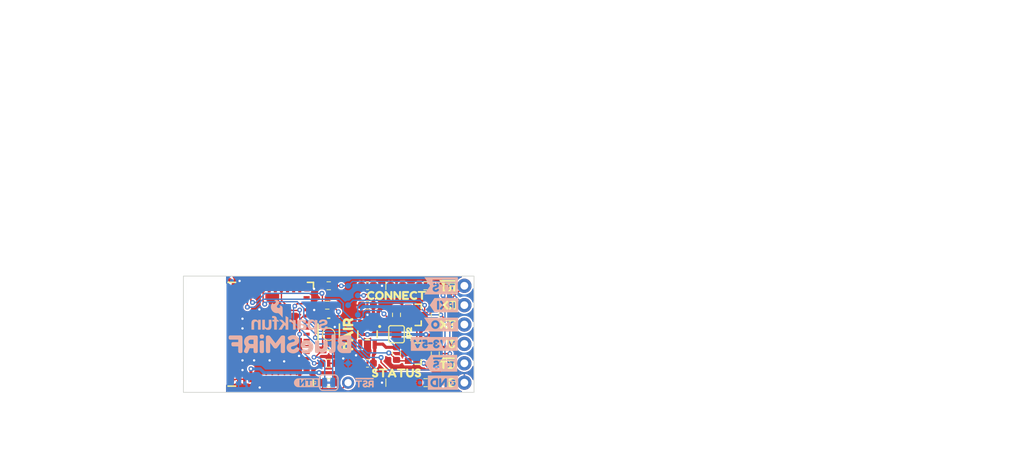
<source format=kicad_pcb>
(kicad_pcb (version 20240108) (generator "pcbnew") (generator_version "8.0")
  (layers (0 "F.Cu" signal) (31 "B.Cu" signal) (34 "B.Paste" user) (35 "F.Paste" user) (36 "B.SilkS" user "B.Silkscreen") (37 "F.SilkS" user "F.Silkscreen") (38 "B.Mask" user) (39 "F.Mask" user) (44 "Edge.Cuts" user))
  (net 0 "")
  (net 1 "+3.3V")
  (net 2 "GND")
  (net 3 "VCC")
  (net 4 "Net-(D1-A)")
  (net 5 "Net-(D2-A)")
  (net 6 "~{RTS_HV}")
  (net 7 "RX_HV")
  (net 8 "TX_HV")
  (net 9 "~{CTS_HV}")
  (net 10 "TX_LV")
  (net 11 "~{RTS_LV}")
  (net 12 "Net-(U1-EN)")
  (net 13 "RX_LV")
  (net 14 "~{CTS_LV}")
  (net 33 "PAIR")
  (net 34 "Net-(JP1-A)")
  (net 35 "/Connect")
  (net 39 "/Status")
  (net 40 "Net-(U1-IOA15)")
  (footprint "SparkFun-Aesthetic:Fiducial_0.5mm_Mask1mm" (layer "F.Cu") (at 163.83 129.54)
    (property "Reference" "FID2")
    (property "Value" "Fiducial_0.5mm")
    (pad "" smd circle (at 0 0) (size 0.5 0.5) (layers "F.Cu" "F.Mask") (clearance 0.25))
  )
  (footprint "SparkFun-LED:LED_0603_1608Metric" (layer "F.Cu") (at 157.48 118.11)
    (property "Reference" "D1")
    (property "Value" "Green")
    (pad "1" smd roundrect (at -0.7875 0) (size 0.875 0.95) (layers "F.Cu" "F.Paste" "F.Mask") (net 2 "GND"))
    (pad "2" smd roundrect (at 0.7875 0) (size 0.875 0.95) (layers "F.Cu" "F.Paste" "F.Mask") (net 4 "Net-(D1-A)"))
  )
  (footprint "SparkFun-Semiconductor-Standard:SOT23-3" (layer "F.Cu") (at 160.02 121.92)
    (property "Reference" "Q2")
    (property "Value" "Q_NMOS_DGS")
    (pad "1" smd rect (at -1 -0.95 270) (size 0.8 0.9) (layers "F.Cu" "F.Paste" "F.Mask") (net 1 "+3.3V"))
    (pad "2" smd rect (at -1 0.95 270) (size 0.8 0.9) (layers "F.Cu" "F.Paste" "F.Mask") (net 11 "~{RTS_LV}"))
    (pad "3" smd rect (at 1.1 0 270) (size 0.8 0.9) (layers "F.Cu" "F.Paste" "F.Mask") (net 6 "~{RTS_HV}"))
  )
  (footprint "SparkFun-Resistor:R_0603_1608Metric" (layer "F.Cu") (at 148.59 118.11)
    (property "Reference" "R3")
    (property "Value" "1k")
    (pad "1" smd roundrect (at -0.825 0) (size 0.8 0.95) (layers "F.Cu" "F.Paste" "F.Mask") (net 13 "RX_LV"))
    (pad "2" smd roundrect (at 0.825 0) (size 0.8 0.95) (layers "F.Cu" "F.Paste" "F.Mask") (net 7 "RX_HV"))
  )
  (footprint "SparkFun-Resistor:R_0603_1608Metric" (layer "F.Cu") (at 161.29 118.11 180)
    (property "Reference" "R5")
    (property "Value" "330")
    (pad "1" smd roundrect (at -0.825 0 180) (size 0.8 0.95) (layers "F.Cu" "F.Paste" "F.Mask") (net 35 "/Connect"))
    (pad "2" smd roundrect (at 0.825 0 180) (size 0.8 0.95) (layers "F.Cu" "F.Paste" "F.Mask") (net 4 "Net-(D1-A)"))
  )
  (footprint "SparkFun-Aesthetic:ORDERING_INSTRUCTIONS" (layer "F.Cu") (at 176.145 80.895)
    (property "Reference" "U3" (hide yes))
    (property "Value" "~" (hide yes))
  )
  (footprint "kibuzzard-65023040" (layer "F.Cu") (at 157.48 129.54)
    (property "Reference" "kibuzzard-65023040" (hide yes))
    (property "Value" "G***" (hide yes))
  )
  (footprint "kibuzzard-654D17D1" (layer "F.Cu") (at 164.846 130.81)
    (property "Reference" "kibuzzard-654D17D1" (hide yes))
    (property "Value" "G***" (hide yes))
  )
  (footprint "kibuzzard-655A444A" (layer "F.Cu") (at 164.465 120.65)
    (property "Reference" "kibuzzard-655A444A" (hide yes))
    (property "Value" "G***" (hide yes))
  )
  (footprint "SparkFun-Connector:1X01" (layer "F.Cu") (at 151.13 130.81 90)
    (property "Reference" "TP1")
    (property "Value" "TestPoint")
    (pad "1" thru_hole circle (at 0 0 180) (size 1.6 1.6) (drill 0.95) (layers "*.Cu" "*.Mask") (net 12 "Net-(U1-EN)"))
  )
  (footprint "kibuzzard-6502302E" (layer "F.Cu") (at 157.48 119.38)
    (property "Reference" "kibuzzard-6502302E" (hide yes))
    (property "Value" "G***" (hide yes))
  )
  (footprint "SparkFun-Semiconductor-Standard:SOT23-5" (layer "F.Cu") (at 153.67 124.46 -90)
    (property "Reference" "U2")
    (property "Value" "AP2112K-3.3")
    (pad "1" smd rect (at -1.3001 -0.95 180) (size 0.55 1.2) (layers "F.Cu" "F.Paste" "F.Mask") (net 3 "VCC"))
    (pad "2" smd rect (at -1.3001 0 180) (size 0.55 1.2) (layers "F.Cu" "F.Paste" "F.Mask") (net 2 "GND"))
    (pad "3" smd rect (at -1.3001 0.95 180) (size 0.55 1.2) (layers "F.Cu" "F.Paste" "F.Mask") (net 3 "VCC"))
    (pad "4" smd rect (at 1.3001 0.95 180) (size 0.55 1.2) (layers "F.Cu" "F.Paste" "F.Mask"))
    (pad "5" smd rect (at 1.3001 -0.95 180) (size 0.55 1.2) (layers "F.Cu" "F.Paste" "F.Mask") (net 1 "+3.3V"))
  )
  (footprint "SparkFun-Aesthetic:Creative_Commons_License" (layer "F.Cu") (at 152.4 138.43)
    (property "Reference" "G2" (hide yes))
    (property "Value" "OSHW_Logo" (hide yes))
  )
  (footprint "SparkFun-Capacitor:C_0603_1608Metric" (layer "F.Cu") (at 153.67 120.65 180)
    (property "Reference" "C1")
    (property "Value" "10uF")
    (pad "1" smd roundrect (at -0.775 0 180) (size 0.9 0.95) (layers "F.Cu" "F.Paste" "F.Mask") (net 3 "VCC"))
    (pad "2" smd roundrect (at 0.775 0 180) (size 0.9 0.95) (layers "F.Cu" "F.Paste" "F.Mask") (net 2 "GND"))
  )
  (footprint "SparkFun-Resistor:R_0603_1608Metric" (layer "F.Cu") (at 162.56 127 -90)
    (property "Reference" "R9")
    (property "Value" "10k")
    (pad "1" smd roundrect (at -0.825 0 270) (size 0.8 0.95) (layers "F.Cu" "F.Paste" "F.Mask") (net 3 "VCC"))
    (pad "2" smd roundrect (at 0.825 0 270) (size 0.8 0.95) (layers "F.Cu" "F.Paste" "F.Mask") (net 8 "TX_HV"))
  )
  (footprint "SparkFun-Capacitor:C_0603_1608Metric" (layer "F.Cu") (at 153.67 128.27 180)
    (property "Reference" "C3")
    (property "Value" "1.0uF")
    (pad "1" smd roundrect (at -0.775 0 180) (size 0.9 0.95) (layers "F.Cu" "F.Paste" "F.Mask") (net 1 "+3.3V"))
    (pad "2" smd roundrect (at 0.775 0 180) (size 0.9 0.95) (layers "F.Cu" "F.Paste" "F.Mask") (net 2 "GND"))
  )
  (footprint "kibuzzard-654D17C6" (layer "F.Cu") (at 164.719 125.73)
    (property "Reference" "kibuzzard-654D17C6" (hide yes))
    (property "Value" "G***" (hide yes))
  )
  (footprint "SparkFun-Resistor:R_0603_1608Metric" (layer "F.Cu") (at 148.59 130.81 180)
    (property "Reference" "R1")
    (property "Value" "10k")
    (pad "1" smd roundrect (at -0.825 0 180) (size 0.8 0.95) (layers "F.Cu" "F.Paste" "F.Mask") (net 1 "+3.3V"))
    (pad "2" smd roundrect (at 0.825 0 180) (size 0.8 0.95) (layers "F.Cu" "F.Paste" "F.Mask") (net 12 "Net-(U1-EN)"))
  )
  (footprint "SparkFun-Semiconductor-Standard:SOT23-3" (layer "F.Cu") (at 160.02 127)
    (property "Reference" "Q1")
    (property "Value" "Q_NMOS_DGS")
    (pad "1" smd rect (at -1 -0.95 270) (size 0.8 0.9) (layers "F.Cu" "F.Paste" "F.Mask") (net 1 "+3.3V"))
    (pad "2" smd rect (at -1 0.95 270) (size 0.8 0.9) (layers "F.Cu" "F.Paste" "F.Mask") (net 10 "TX_LV"))
    (pad "3" smd rect (at 1.1 0 270) (size 0.8 0.9) (layers "F.Cu" "F.Paste" "F.Mask") (net 8 "TX_HV"))
  )
  (footprint "SparkFun-Resistor:R_0603_1608Metric" (layer "F.Cu") (at 162.56 121.92 90)
    (property "Reference" "R10")
    (property "Value" "10k")
    (pad "1" smd roundrect (at -0.825 0 90) (size 0.8 0.95) (layers "F.Cu" "F.Paste" "F.Mask") (net 3 "VCC"))
    (pad "2" smd roundrect (at 0.825 0 90) (size 0.8 0.95) (layers "F.Cu" "F.Paste" "F.Mask") (net 6 "~{RTS_HV}"))
  )
  (footprint "SparkFun-Resistor:R_0603_1608Metric" (layer "F.Cu") (at 148.59 128.27)
    (property "Reference" "R2")
    (property "Value" "10k")
    (pad "1" smd roundrect (at -0.825 0) (size 0.8 0.95) (layers "F.Cu" "F.Paste" "F.Mask") (net 40 "Net-(U1-IOA15)"))
    (pad "2" smd roundrect (at 0.825 0) (size 0.8 0.95) (layers "F.Cu" "F.Paste" "F.Mask") (net 2 "GND"))
  )
  (footprint "SparkFun-RF:ESP32-PICO-MINI" (layer "F.Cu") (at 140.79 124.46 90)
    (property "Reference" "U1")
    (property "Value" "ESP32_Pico_Mini")
    (pad "1" smd rect (at -5.9 -4 180) (size 0.4 0.8) (layers "F.Cu" "F.Paste" "F.Mask") (net 2 "GND"))
    (pad "2" smd rect (at -5.9 -3.2 180) (size 0.4 0.8) (layers "F.Cu" "F.Paste" "F.Mask") (net 2 "GND"))
    (pad "3" smd rect (at -5.9 -2.4 180) (size 0.4 0.8) (layers "F.Cu" "F.Paste" "F.Mask") (net 1 "+3.3V"))
    (pad "4" smd rect (at -5.9 -1.6 180) (size 0.4 0.8) (layers "F.Cu" "F.Paste" "F.Mask"))
    (pad "5" smd rect (at -5.9 -0.8 180) (size 0.4 0.8) (layers "F.Cu" "F.Paste" "F.Mask"))
    (pad "6" smd rect (at -5.9 0 180) (size 0.4 0.8) (layers "F.Cu" "F.Paste" "F.Mask"))
    (pad "7" smd rect (at -5.9 0.8 180) (size 0.4 0.8) (layers "F.Cu" "F.Paste" "F.Mask"))
    (pad "8" smd rect (at -5.9 1.6 180) (size 0.4 0.8) (layers "F.Cu" "F.Paste" "F.Mask") (net 12 "Net-(U1-EN)"))
    (pad "9" smd rect (at -5.9 2.4 180) (size 0.4 0.8) (layers "F.Cu" "F.Paste" "F.Mask"))
    (pad "10" smd rect (at -5.9 3.2 180) (size 0.4 0.8) (layers "F.Cu" "F.Paste" "F.Mask"))
    (pad "11" smd rect (at -5.9 4 180) (size 0.4 0.8) (layers "F.Cu" "F.Paste" "F.Mask") (net 2 "GND"))
    (pad "12" smd rect (at -4.8 4.9 90) (size 0.4 0.8) (layers "F.Cu" "F.Paste" "F.Mask"))
    (pad "13" smd rect (at -4 4.9 90) (size 0.4 0.8) (layers "F.Cu" "F.Paste" "F.Mask"))
    (pad "14" smd rect (at -3.2 4.9 90) (size 0.4 0.8) (layers "F.Cu" "F.Paste" "F.Mask") (net 2 "GND"))
    (pad "15" smd rect (at -2.4 4.9 90) (size 0.4 0.8) (layers "F.Cu" "F.Paste" "F.Mask"))
    (pad "16" smd rect (at -1.6 4.9 90) (size 0.4 0.8) (layers "F.Cu" "F.Paste" "F.Mask"))
    (pad "17" smd rect (at -0.8 4.9 90) (size 0.4 0.8) (layers "F.Cu" "F.Paste" "F.Mask"))
    (pad "18" smd rect (at 0 4.9 90) (size 0.4 0.8) (layers "F.Cu" "F.Paste" "F.Mask"))
    (pad "19" smd rect (at 0.8 4.9 90) (size 0.4 0.8) (layers "F.Cu" "F.Paste" "F.Mask"))
    (pad "20" smd rect (at 1.6 4.9 90) (size 0.4 0.8) (layers "F.Cu" "F.Paste" "F.Mask") (net 35 "/Connect"))
    (pad "21" smd rect (at 2.4 4.9 90) (size 0.4 0.8) (layers "F.Cu" "F.Paste" "F.Mask") (net 40 "Net-(U1-IOA15)"))
    (pad "22" smd rect (at 3.2 4.9 90) (size 0.4 0.8) (layers "F.Cu" "F.Paste" "F.Mask"))
    (pad "23" smd rect (at 4 4.9 90) (size 0.4 0.8) (layers "F.Cu" "F.Paste" "F.Mask") (net 33 "PAIR"))
    (pad "24" smd rect (at 4.8 4.9 90) (size 0.4 0.8) (layers "F.Cu" "F.Paste" "F.Mask"))
    (pad "25" smd rect (at 5.9 4 180) (size 0.4 0.8) (layers "F.Cu" "F.Paste" "F.Mask"))
    (pad "26" smd rect (at 5.9 3.2 180) (size 0.4 0.8) (layers "F.Cu" "F.Paste" "F.Mask"))
    (pad "27" smd rect (at 5.9 2.4 180) (size 0.4 0.8) (layers "F.Cu" "F.Paste" "F.Mask"))
    (pad "28" smd rect (at 5.9 1.6 180) (size 0.4 0.8) (layers "F.Cu" "F.Paste" "F.Mask") (net 39 "/Status"))
    (pad "29" smd rect (at 5.9 0.8 180) (size 0.4 0.8) (layers "F.Cu" "F.Paste" "F.Mask"))
    (pad "30" smd rect (at 5.9 0 180) (size 0.4 0.8) (layers "F.Cu" "F.Paste" "F.Mask") (net 13 "RX_LV"))
    (pad "31" smd rect (at 5.9 -0.8 180) (size 0.4 0.8) (layers "F.Cu" "F.Paste" "F.Mask") (net 10 "TX_LV"))
    (pad "32" smd rect (at 5.9 -1.6 180) (size 0.4 0.8) (layers "F.Cu" "F.Paste" "F.Mask"))
    (pad "33" smd rect (at 5.9 -2.4 180) (size 0.4 0.8) (layers "F.Cu" "F.Paste" "F.Mask") (net 14 "~{CTS_LV}"))
    (pad "34" smd rect (at 5.9 -3.2 180) (size 0.4 0.8) (layers "F.Cu" "F.Paste" "F.Mask") (net 11 "~{RTS_LV}"))
    (pad "35" smd rect (at 5.9 -4 180) (size 0.4 0.8) (layers "F.Cu" "F.Paste" "F.Mask"))
    (pad "36" smd rect (at 4.8 -4.9 90) (size 0.4 0.8) (layers "F.Cu" "F.Paste" "F.Mask") (net 2 "GND"))
    (pad "37" smd rect (at 4 -4.9 90) (size 0.4 0.8) (layers "F.Cu" "F.Paste" "F.Mask") (net 2 "GND"))
    (pad "38" smd rect (at 3.2 -4.9 90) (size 0.4 0.8) (layers "F.Cu" "F.Paste" "F.Mask") (net 2 "GND"))
    (pad "39" smd rect (at 2.4 -4.9 90) (size 0.4 0.8) (layers "F.Cu" "F.Paste" "F.Mask") (net 2 "GND"))
    (pad "40" smd rect (at 1.6 -4.9 90) (size 0.4 0.8) (layers "F.Cu" "F.Paste" "F.Mask") (net 2 "GND"))
    (pad "41" smd rect (at 0.8 -4.9 90) (size 0.4 0.8) (layers "F.Cu" "F.Paste" "F.Mask") (net 2 "GND"))
    (pad "42" smd rect (at 0 -4.9 90) (size 0.4 0.8) (layers "F.Cu" "F.Paste" "F.Mask") (net 2 "GND"))
    (pad "43" smd rect (at -0.8 -4.9 90) (size 0.4 0.8) (layers "F.Cu" "F.Paste" "F.Mask") (net 2 "GND"))
    (pad "44" smd rect (at -1.6 -4.9 90) (size 0.4 0.8) (layers "F.Cu" "F.Paste" "F.Mask") (net 2 "GND"))
    (pad "45" smd rect (at -2.4 -4.9 90) (size 0.4 0.8) (layers "F.Cu" "F.Paste" "F.Mask") (net 2 "GND"))
    (pad "46" smd rect (at -3.2 -4.9 90) (size 0.4 0.8) (layers "F.Cu" "F.Paste" "F.Mask") (net 2 "GND"))
    (pad "47" smd rect (at -4 -4.9 90) (size 0.4 0.8) (layers "F.Cu" "F.Paste" "F.Mask") (net 2 "GND"))
    (pad "48" smd rect (at -4.8 -4.9 90) (size 0.4 0.8) (layers "F.Cu" "F.Paste" "F.Mask") (net 2 "GND"))
    (pad "49.1" smd roundrect (at -1.975 -1.975 90) (size 1.45 1.45) (layers "F.Cu" "F.Mask") (roundrect_rratio 0) (chamfer_ratio 0.4) (chamfer top_left) (net 2 "GND"))
    (pad "49.2" smd rect (at -1.975 0 90) (size 1.45 1.45) (layers "F.Cu" "F.Mask") (net 2 "GND"))
    (pad "49.3" smd rect (at -1.975 1.975 90) (size 1.45 1.45) (layers "F.Cu" "F.Mask") (net 2 "GND"))
    (pad "49.4" smd rect (at 0 1.975 90) (size 1.45 1.45) (layers "F.Cu" "F.Mask") (net 2 "GND"))
    (pad "49.5" smd rect (at 1.975 1.975 90) (size 1.45 1.45) (layers "F.Cu" "F.Mask") (net 2 "GND"))
    (pad "49.6" smd rect (at 1.975 0 90) (size 1.45 1.45) (layers "F.Cu" "F.Mask") (net 2 "GND"))
    (pad "49.7" smd rect (at 1.975 -1.975 90) (size 1.45 1.45) (layers "F.Cu" "F.Mask") (net 2 "GND"))
    (pad "49.8" smd rect (at 0 -1.975 90) (size 1.45 1.45) (layers "F.Cu" "F.Mask") (net 2 "GND"))
    (pad "49.9" smd rect (at 0 0 90) (size 1.45 1.45) (layers "F.Cu" "F.Mask") (net 2 "GND"))
    (pad "50" smd rect (at 5.95 -4.95 90) (size 0.7 0.7) (layers "F.Cu" "F.Paste" "F.Mask") (net 2 "GND"))
    (pad "51" smd rect (at 5.95 4.95 90) (size 0.7 0.7) (layers "F.Cu" "F.Paste" "F.Mask") (net 2 "GND"))
    (pad "52" smd rect (at -5.95 4.95 90) (size 0.7 0.7) (layers "F.Cu" "F.Paste" "F.Mask") (net 2 "GND"))
    (pad "53" smd rect (at -5.95 -4.95 90) (size 0.7 0.7) (layers "F.Cu" "F.Paste" "F.Mask") (net 2 "GND"))
    (zone (net 0) (net_name "") (layer "F.Cu") (connect_pads (clearance 0)) (min_thickness 0.25)
      (keepout (tracks not_allowed) (vias not_allowed) (pads not_allowed) (copperpour not_allowed) (footprints allowed))
      (fill (thermal_gap 0.5) (thermal_bridge_width 0.5))
      (polygon (pts (xy 135.19 131.06) (xy 135.19 117.86) (xy 129.79 117.86) (xy 129.79 131.06)))
    )
    (zone (net 0) (net_name "") (layer "B.Cu") (connect_pads (clearance 0)) (min_thickness 0.25)
      (keepout (tracks not_allowed) (vias not_allowed) (pads not_allowed) (copperpour not_allowed) (footprints allowed))
      (fill (thermal_gap 0.5) (thermal_bridge_width 0.5))
      (polygon (pts (xy 129.79 117.86) (xy 129.79 131.06) (xy 135.19 131.06) (xy 135.19 117.86)))
    )
  )
  (footprint "kibuzzard-655A44E1" (layer "F.Cu") (at 164.211 123.19)
    (property "Reference" "kibuzzard-655A44E1" (hide yes))
    (property "Value" "G***" (hide yes))
  )
  (footprint "SparkFun-Resistor:R_0603_1608Metric" (layer "F.Cu") (at 157.48 127 -90)
    (property "Reference" "R7")
    (property "Value" "10k")
    (pad "1" smd roundrect (at -0.825 0 270) (size 0.8 0.95) (layers "F.Cu" "F.Paste" "F.Mask") (net 1 "+3.3V"))
    (pad "2" smd roundrect (at 0.825 0 270) (size 0.8 0.95) (layers "F.Cu" "F.Paste" "F.Mask") (net 10 "TX_LV"))
  )
  (footprint "SparkFun-Capacitor:C_0603_1608Metric" (layer "F.Cu") (at 153.67 118.11 180)
    (property "Reference" "C2")
    (property "Value" "1.0uF")
    (pad "1" smd roundrect (at -0.775 0 180) (size 0.9 0.95) (layers "F.Cu" "F.Paste" "F.Mask") (net 3 "VCC"))
    (pad "2" smd roundrect (at 0.775 0 180) (size 0.9 0.95) (layers "F.Cu" "F.Paste" "F.Mask") (net 2 "GND"))
  )
  (footprint "SparkFun-Aesthetic:Fiducial_0.5mm_Mask1mm" (layer "F.Cu") (at 135.636 117.348)
    (property "Reference" "FID1")
    (property "Value" "Fiducial_0.5mm")
    (pad "" smd circle (at 0 0) (size 0.5 0.5) (layers "F.Cu" "F.Mask") (clearance 0.25))
  )
  (footprint "kibuzzard-655A4384" (layer "F.Cu") (at 164.211 128.27)
    (property "Reference" "kibuzzard-655A4384" (hide yes))
    (property "Value" "G***" (hide yes))
  )
  (footprint "kibuzzard-6502231B" (layer "F.Cu") (at 151.13 124.46 90)
    (property "Reference" "kibuzzard-6502231B" (hide yes))
    (property "Value" "G***" (hide yes))
  )
  (footprint "SparkFun-Connector:1X06" (layer "F.Cu") (at 166.37 118.11 -90)
    (property "Reference" "J1")
    (property "Value" "Conn_01x06")
    (pad "1" thru_hole circle (at 0 0) (size 1.8796 1.8796) (drill 1.016) (layers "*.Cu" "*.Mask") (net 6 "~{RTS_HV}"))
    (pad "2" thru_hole circle (at 2.54 0) (size 1.8796 1.8796) (drill 1.016) (layers "*.Cu" "*.Mask") (net 7 "RX_HV"))
    (pad "3" thru_hole circle (at 5.08 0) (size 1.8796 1.8796) (drill 1.016) (layers "*.Cu" "*.Mask") (net 8 "TX_HV"))
    (pad "4" thru_hole circle (at 7.62 0) (size 1.8796 1.8796) (drill 1.016) (layers "*.Cu" "*.Mask") (net 3 "VCC"))
    (pad "5" thru_hole circle (at 10.16 0) (size 1.8796 1.8796) (drill 1.016) (layers "*.Cu" "*.Mask") (net 9 "~{CTS_HV}"))
    (pad "6" thru_hole circle (at 12.7 0) (size 1.8796 1.8796) (drill 1.016) (layers "*.Cu" "*.Mask") (net 2 "GND"))
  )
  (footprint "SparkFun-Switch:Momentary_SMD_4.6x2.8mm" (layer "F.Cu") (at 148.59 124.46 90)
    (property "Reference" "SW1")
    (property "Value" "Switch")
    (pad "1" smd rect (at -2.05 -0.8 90) (size 0.9 1) (layers "F.Cu" "F.Paste" "F.Mask") (net 34 "Net-(JP1-A)"))
    (pad "1" smd rect (at 2.05 -0.8 90) (size 0.9 1) (layers "F.Cu" "F.Paste" "F.Mask") (net 34 "Net-(JP1-A)"))
    (pad "2" smd rect (at -2.05 0.8 90) (size 0.9 1) (layers "F.Cu" "F.Paste" "F.Mask") (net 2 "GND"))
    (pad "2" smd rect (at 2.05 0.8 90) (size 0.9 1) (layers "F.Cu" "F.Paste" "F.Mask") (net 2 "GND"))
  )
  (footprint "SparkFun-LED:LED_0603_1608Metric" (layer "F.Cu") (at 157.48 130.81)
    (property "Reference" "D2")
    (property "Value" "Red")
    (pad "1" smd roundrect (at -0.7875 0) (size 0.875 0.95) (layers "F.Cu" "F.Paste" "F.Mask") (net 2 "GND"))
    (pad "2" smd roundrect (at 0.7875 0) (size 0.875 0.95) (layers "F.Cu" "F.Paste" "F.Mask") (net 5 "Net-(D2-A)"))
  )
  (footprint "SparkFun-Resistor:R_0603_1608Metric" (layer "F.Cu") (at 148.4 120.65)
    (property "Reference" "R4")
    (property "Value" "1k")
    (pad "1" smd roundrect (at -0.825 0) (size 0.8 0.95) (layers "F.Cu" "F.Paste" "F.Mask") (net 14 "~{CTS_LV}"))
    (pad "2" smd roundrect (at 0.825 0) (size 0.8 0.95) (layers "F.Cu" "F.Paste" "F.Mask") (net 9 "~{CTS_HV}"))
  )
  (footprint "SparkFun-Capacitor:C_0603_1608Metric" (layer "F.Cu") (at 153.67 130.81 180)
    (property "Reference" "C4")
    (property "Value" "10uF")
    (pad "1" smd roundrect (at -0.775 0 180) (size 0.9 0.95) (layers "F.Cu" "F.Paste" "F.Mask") (net 1 "+3.3V"))
    (pad "2" smd roundrect (at 0.775 0 180) (size 0.9 0.95) (layers "F.Cu" "F.Paste" "F.Mask") (net 2 "GND"))
  )
  (footprint "SparkFun-Resistor:R_0603_1608Metric" (layer "F.Cu") (at 157.48 121.92 -90)
    (property "Reference" "R8")
    (property "Value" "10k")
    (pad "1" smd roundrect (at -0.825 0 270) (size 0.8 0.95) (layers "F.Cu" "F.Paste" "F.Mask") (net 1 "+3.3V"))
    (pad "2" smd roundrect (at 0.825 0 270) (size 0.8 0.95) (layers "F.Cu" "F.Paste" "F.Mask") (net 11 "~{RTS_LV}"))
  )
  (footprint "SparkFun-Resistor:R_0603_1608Metric" (layer "F.Cu") (at 161.29 130.81 180)
    (property "Reference" "R6")
    (property "Value" "4.7k")
    (pad "1" smd roundrect (at -0.825 0 180) (size 0.8 0.95) (layers "F.Cu" "F.Paste" "F.Mask") (net 39 "/Status"))
    (pad "2" smd roundrect (at 0.825 0 180) (size 0.8 0.95) (layers "F.Cu" "F.Paste" "F.Mask") (net 5 "Net-(D2-A)"))
  )
  (footprint "SparkFun-Jumper:SMT-JUMPER_2_NO_SILK" (layer "F.Cu") (at 157.48 124.46 -90)
    (property "Reference" "JP2")
    (property "Value" "~")
    (pad "1" smd rect (at -0.4064 0 270) (size 0.635 1.27) (layers "F.Cu" "F.Mask") (net 3 "VCC"))
    (pad "2" smd rect (at 0.4064 0 270) (size 0.635 1.27) (layers "F.Cu" "F.Mask") (net 1 "+3.3V"))
  )
  (footprint "kibuzzard-655A4368" (layer "F.Cu") (at 164.211 118.11)
    (property "Reference" "kibuzzard-655A4368" (hide yes))
    (property "Value" "G***" (hide yes))
  )
  (footprint "kibuzzard-655A5C47" (layer "F.Cu") (at 159.131 124.46 90)
    (property "Reference" "kibuzzard-655A5C47" (hide yes))
    (property "Value" "G***" (hide yes))
  )
  (footprint "kibuzzard-655A4397" (layer "B.Cu") (at 163.322 128.27 180)
    (property "Reference" "kibuzzard-655A4397" (hide yes))
    (property "Value" "G***" (hide yes))
  )
  (footprint "SparkFun-Connector:TestPoint-0.75mm" (layer "B.Cu") (at 152.4 121.92 180)
    (property "Reference" "TP4")
    (property "Value" "TestPoint_0.75mm")
    (pad "1" smd roundrect (at 0 0 180) (size 0.75 0.75) (layers "B.Cu" "B.Mask") (roundrect_rratio 0.5) (net 8 "TX_HV"))
  )
  (footprint "SparkFun-Jumper:SMT-JUMPER_2_NC_TRACE_SILK" (layer "B.Cu") (at 148.59 130.81)
    (property "Reference" "JP1")
    (property "Value" "~")
    (fp_poly (pts (xy -0.25 0.15) (xy 0.25 0.15) (xy 0.25 -0.15) (xy -0.25 -0.15)) (fill solid) (layer "B.Cu"))
    (pad "1" smd rect (at -0.5207 0) (size 0.6604 1.27) (layers "B.Cu" "B.Mask") (net 34 "Net-(JP1-A)"))
    (pad "2" smd rect (at 0.5207 0) (size 0.6604 1.27) (layers "B.Cu" "B.Mask") (net 33 "PAIR"))
  )
  (footprint "kibuzzard-655A4470" (layer "B.Cu") (at 163.703 120.65 180)
    (property "Reference" "kibuzzard-655A4470" (hide yes))
    (property "Value" "G***" (hide yes))
  )
  (footprint "kibuzzard-655A4492" (layer "B.Cu") (at 163.322 123.19 180)
    (property "Reference" "kibuzzard-655A4492" (hide yes))
    (property "Value" "G***" (hide yes))
  )
  (footprint "SparkFun-Connector:TestPoint-0.75mm" (layer "B.Cu") (at 151.13 118.11 180)
    (property "Reference" "TP2")
    (property "Value" "TestPoint_0.75mm")
    (pad "1" smd roundrect (at 0 0 180) (size 0.75 0.75) (layers "B.Cu" "B.Mask") (roundrect_rratio 0.5) (net 7 "RX_HV"))
  )
  (footprint "SparkFun-Connector:TestPoint-0.75mm" (layer "B.Cu") (at 151.13 120.65 180)
    (property "Reference" "TP5")
    (property "Value" "TestPoint_0.75mm")
    (pad "1" smd roundrect (at 0 0 180) (size 0.75 0.75) (layers "B.Cu" "B.Mask") (roundrect_rratio 0.5) (net 6 "~{RTS_HV}"))
  )
  (footprint "kibuzzard-64C47F40" (layer "B.Cu") (at 143.51 125.73 180)
    (property "Reference" "kibuzzard-64C47F40" (hide yes))
    (property "Value" "G***" (hide yes))
  )
  (footprint "SparkFun-Connector:TestPoint-0.75mm" (layer "B.Cu") (at 151.13 123.19 180)
    (property "Reference" "TP3")
    (property "Value" "TestPoint_0.75mm")
    (pad "1" smd roundrect (at 0 0 180) (size 0.75 0.75) (layers "B.Cu" "B.Mask") (roundrect_rratio 0.5) (net 9 "~{CTS_HV}"))
  )
  (footprint "SparkFun-Connector:TestPoint-0.75mm" (layer "B.Cu") (at 151.13 128.27 180)
    (property "Reference" "TP6")
    (property "Value" "TestPoint_0.75mm")
    (pad "1" smd roundrect (at 0 0 180) (size 0.75 0.75) (layers "B.Cu" "B.Mask") (roundrect_rratio 0.5) (net 2 "GND"))
  )
  (footprint "SparkFun-Aesthetic:SparkFun_Logo_10mm" (layer "B.Cu") (at 143.51 123.19 180)
    (property "Reference" "G***")
    (property "Value" "LOGO" (hide yes))
  )
  (footprint "kibuzzard-65022EAF" (layer "B.Cu") (at 163.576 130.81 180)
    (property "Reference" "kibuzzard-65022EAF" (hide yes))
    (property "Value" "G***" (hide yes))
  )
  (footprint "kibuzzard-655A43AA" (layer "B.Cu") (at 163.322 118.11 180)
    (property "Reference" "kibuzzard-655A43AA" (hide yes))
    (property "Value" "G***" (hide yes))
  )
  (footprint "kibuzzard-65022F1B" (layer "B.Cu") (at 145.669 130.820001 180)
    (property "Reference" "kibuzzard-65022F1B" (hide yes))
    (property "Value" "G***" (hide yes))
  )
  (footprint "kibuzzard-655A45F8" (layer "B.Cu") (at 153.289 130.81 180)
    (property "Reference" "kibuzzard-655A45F8" (hide yes))
    (property "Value" "G***" (hide yes))
  )
  (footprint "SparkFun-Aesthetic:Fiducial_0.5mm_Mask1mm" (layer "B.Cu") (at 135.89 117.475 180)
    (property "Reference" "FID3")
    (property "Value" "Fiducial_0.5mm")
    (pad "" smd circle (at 0 0 180) (size 0.5 0.5) (layers "B.Cu" "B.Mask") (clearance 0.25))
  )
  (footprint "kibuzzard-655A532D" (layer "B.Cu") (at 162.433 125.73 180)
    (property "Reference" "kibuzzard-655A532D" (hide yes))
    (property "Value" "G***" (hide yes))
  )
  (footprint "SparkFun-Aesthetic:Fiducial_0.5mm_Mask1mm" (layer "B.Cu") (at 160.528 130.81 180)
    (property "Reference" "FID4")
    (property "Value" "Fiducial_0.5mm")
    (pad "" smd circle (at 0 0 180) (size 0.5 0.5) (layers "B.Cu" "B.Mask") (clearance 0.25))
  )
  (footprint "SparkFun-Connector:TestPoint-0.75mm" (layer "B.Cu") (at 152.4 119.38 180)
    (property "Reference" "TP7")
    (property "Value" "TestPoint_0.75mm")
    (pad "1" smd roundrect (at 0 0 180) (size 0.75 0.75) (layers "B.Cu" "B.Mask") (roundrect_rratio 0.5) (net 3 "VCC"))
  )
  (gr_rect (start 129.54 116.84) (end 167.64 132.08) (stroke (width 0.1)) (fill none) (layer "Edge.Cuts"))
  (gr_text "v11" (at 137.16 130.81 0) (layer "B.Cu" knockout) (effects (font (size 1.016 1.016) (thickness 0.254) (bold yes)) (justify mirror)))
  (segment (start 147.32 129.5) (end 149.415219 129.5) (width 0.4064) (layer "F.Cu") (net 1))
  (segment (start 154.62 127.001359) (end 154.445 127.176359) (width 0.4064) (layer "F.Cu") (net 1))
  (segment (start 149.415219 129.5) (end 154.445 129.5) (width 0.4064) (layer "F.Cu") (net 1))
  (segment (start 138.39 129.01) (end 138.4 129) (width 0.4064) (layer "F.Cu") (net 1))
  (segment (start 158.895 121.095) (end 159.02 120.97) (width 0.1778) (layer "F.Cu") (net 1))
  (segment (start 160.147 124.923) (end 160.147 122.097) (width 0.1778) (layer "F.Cu") (net 1))
  (segment (start 154.445 129.5) (end 154.445 128.27) (width 0.4064) (layer "F.Cu") (net 1))
  (segment (start 155.68505 125.7601) (end 154.62 125.7601) (width 0.4064) (layer "F.Cu") (net 1))
  (segment (start 149.415 130.81) (end 149.415 129.500219) (width 0.4064) (layer "F.Cu") (net 1))
  (segment (start 154.445 130.81) (end 154.445 129.5) (width 0.4064) (layer "F.Cu") (net 1))
  (segment (start 149.415 129.500219) (end 149.415219 129.5) (width 0.4064) (layer "F.Cu") (net 1))
  (segment (start 138.39 130.36) (end 138.39 129.01) (width 0.4064) (layer "F.Cu") (net 1))
  (segment (start 157.48 126.175) (end 156.09995 126.175) (width 0.4064) (layer "F.Cu") (net 1))
  (segment (start 158.895 126.175) (end 159.02 126.05) (width 0.1778) (layer "F.Cu") (net 1))
  (segment (start 157.48 124.8664) (end 157.48 126.175) (width 0.4064) (layer "F.Cu") (net 1))
  (segment (start 156.09995 126.175) (end 155.68505 125.7601) (width 0.4064) (layer "F.Cu") (net 1))
  (segment (start 154.445 127.176359) (end 154.445 128.27) (width 0.4064) (layer "F.Cu") (net 1))
  (segment (start 159.02 126.05) (end 160.147 124.923) (width 0.1778) (layer "F.Cu") (net 1))
  (segment (start 160.147 122.097) (end 159.02 120.97) (width 0.1778) (layer "F.Cu") (net 1))
  (segment (start 157.48 121.095) (end 158.895 121.095) (width 0.1778) (layer "F.Cu") (net 1))
  (segment (start 157.48 126.175) (end 158.895 126.175) (width 0.1778) (layer "F.Cu") (net 1))
  (segment (start 154.62 125.7601) (end 154.62 127.001359) (width 0.4064) (layer "F.Cu") (net 1))
  (via (at 147.32 129.5) (size 0.6604) (drill 0.3048) (layers "F.Cu" "B.Cu") (net 1))
  (via (at 138.4 129) (size 0.6604) (drill 0.3048) (layers "F.Cu" "B.Cu") (net 1))
  (segment (start 139.605 129) (end 138.4 129) (width 0.4064) (layer "B.Cu") (net 1))
  (segment (start 147.32 129.5) (end 140.105 129.5) (width 0.4064) (layer "B.Cu") (net 1))
  (segment (start 140.105 129.5) (end 139.605 129) (width 0.4064) (layer "B.Cu") (net 1))
  (segment (start 137.445 126.435) (end 137.02 126.86) (width 0.4064) (layer "F.Cu") (net 2))
  (segment (start 138.815 126.435) (end 138.815 127.885) (width 0.4064) (layer "F.Cu") (net 2))
  (segment (start 145.06 127.66) (end 144.7 127.3) (width 0.4064) (layer "F.Cu") (net 2))
  (segment (start 135.89 120.46) (end 136.716 120.46) (width 0.4064) (layer "F.Cu") (net 2))
  (segment (start 135.89 129.26) (end 137.186 129.26) (width 0.4064) (layer "F.Cu") (net 2))
  (segment (start 135.89 128.46) (end 136.588 128.46) (width 0.4064) (layer "F.Cu") (net 2))
  (segment (start 137.344 122.485) (end 137.287 122.428) (width 0.4064) (layer "F.Cu") (net 2))
  (segment (start 142.765 126.435) (end 142.765 124.46) (width 0.4064) (layer "F.Cu") (net 2))
  (segment (start 136.855 122.86) (end 137.287 122.428) (width 0.4064) (layer "F.Cu") (net 2))
  (segment (start 137.59 130.36) (end 137.59 129.462) (width 0.4064) (layer "F.Cu") (net 2))
  (segment (start 135.89 125.26) (end 136.69 125.26) (width 0.4064) (layer "F.Cu") (net 2))
  (segment (start 140.79 127.836) (end 140.843 127.889) (width 0.4064) (layer "F.Cu") (net 2))
  (segment (start 143.2524 128.016) (end 142.748 128.016) (width 0.4064) (layer "F.Cu") (net 2))
  (segment (start 135.84 119.61) (end 135.89 119.66) (width 0.4064) (layer "F.Cu") (net 2))
  (segment (start 140.79 124.46) (end 142.765 124.46) (width 0.4064) (layer "F.Cu") (net 2))
  (segment (start 142.765 122.485) (end 142.765 121.302) (width 0.4064) (layer "F.Cu") (net 2))
  (segment (start 138.815 126.435) (end 137.445 126.435) (width 0.4064) (layer "F.Cu") (net 2))
  (segment (start 137.541 123.954) (end 137.287 123.7) (width 0.4064) (layer "F.Cu") (net 2))
  (segment (start 140.79 126.435) (end 140.79 127.836) (width 0.4064) (layer "F.Cu") (net 2))
  (segment (start 135.89 124.46) (end 136.779 124.46) (width 0.4064) (layer "F.Cu") (net 2))
  (segment (start 135.89 127.66) (end 137.058 127.66) (width 0.4064) (layer "F.Cu") (net 2))
  (segment (start 136.79 130.36) (end 136.79 131.307) (width 0.4064) (layer "F.Cu") (net 2))
  (segment (start 137.247 123.66) (end 137.287 123.7) (width 0.4064) (layer "F.Cu") (net 2))
  (segment (start 142.765 127.999) (end 142.748 128.016) (width 0.4064) (layer "F.Cu") (net 2))
  (segment (start 138.815 126.435) (end 138.815 124.46) (width 0.4064) (layer "F.Cu") (net 2))
  (segment (start 136.588 128.46) (end 137.287 129.159) (width 0.4064) (layer "F.Cu") (net 2))
  (segment (start 136.919 122.06) (end 137.287 122.428) (width 0.4064) (layer "F.Cu") (net 2))
  (segment (start 135.84 130.41) (end 135.84 129.31) (width 0.4064) (layer "F.Cu") (net 2))
  (segment (start 140.79 122.485) (end 138.815 122.485) (width 0.4064) (layer "F.Cu") (net 2))
  (segment (start 137.59 129.462) (end 137.287 129.159) (width 0.4064) (layer "F.Cu") (net 2))
  (segment (start 136.79 130.36) (end 136.79 129.656) (width 0.4064) (layer "F.Cu") (net 2))
  (segment (start 145.74 118.51) (end 146.666 118.51) (width 0.4064) (layer "F.Cu") (net 2))
  (segment (start 137.186 129.26) (end 137.287 129.159) (width 0.4064) (layer "F.Cu") (net 2))
  (segment (start 136.906 117.475) (end 136.652 117.475) (width 0.4064) (layer "F.Cu") (net 2))
  (segment (start 153.67 123.1599) (end 153.67 121.92) (width 0.5588) (layer "F.Cu") (net 2))
  (segment (start 142.765 126.435) (end 142.765 127.999) (width 0.4064) (layer "F.Cu") (net 2))
  (segment (start 135.84 118.51) (end 135.84 119.61) (width 0.4064) (layer "F.Cu") (net 2))
  (segment (start 138.815 122.485) (end 137.344 122.485) (width 0.4064) (layer "F.Cu") (net 2))
  (segment (start 137.541 124.46) (end 137.541 123.954) (width 0.4064) (layer "F.Cu") (net 2))
  (segment (start 138.815 124.46) (end 137.541 124.46) (width 0.4064) (layer "F.Cu") (net 2))
  (segment (start 140.79 122.485) (end 142.765 122.485) (width 0.4064) (layer "F.Cu") (net 2))
  (segment (start 135.84 118.287) (end 135.84 118.51) (width 0.4064) (layer "F.Cu") (net 2))
  (segment (start 144.79 130.36) (end 144.79 131.054) (width 0.4064) (layer "F.Cu") (net 2))
  (segment (start 145.74 130.41) (end 146.666 130.41) (width 0.4064) (layer "F.Cu") (net 2))
  (segment (start 137.058 127.66) (end 137.287 127.889) (width 0.4064) (layer "F.Cu") (net 2))
  (segment (start 145.69 127.66) (end 145.06 127.66) (width 0.4064) (layer "F.Cu") (net 2))
  (segment (start 142.765 124.46) (end 142.765 122.485) (width 0.4064) (layer "F.Cu") (net 2))
  (segment (start 135.89 121.26) (end 136.881 121.26) (width 0.4064) (layer "F.Cu") (net 2))
  (segment (start 135.89 122.06) (end 136.919 122.06) (width 0.4064) (layer "F.Cu") (net 2))
  (segment (start 138.815 124.46) (end 138.815 122.485) (width 0.4064) (layer "F.Cu") (net 2))
  (segment (start 135.89 123.66) (end 137.247 123.66) (width 0.4064) (layer "F.Cu") (net 2))
  (segment (start 135.89 122.86) (end 136.855 122.86) (width 0.4064) (layer "F.Cu") (net 2))
  (segment (start 135.89 126.86) (end 137.02 126.86) (width 0.4064) (layer "F.Cu") (net 2))
  (segment (start 142.765 126.435) (end 140.79 126.435) (width 0.4064) (layer "F.Cu") (net 2))
  (segment (start 140.79 126.435) (end 138.815 126.435) (width 0.4064) (layer "F.Cu") (net 2))
  (segment (start 135.84 130.41) (end 135.84 131.395) (width 0.4064) (layer "F.Cu") (net 2))
  (segment (start 135.89 126.06) (end 136.855 126.06) (width 0.4064) (layer "F.Cu") (net 2))
  (segment (start 144.79 130.36) (end 144.79 129.5536) (width 0.4064) (layer "F.Cu") (net 2))
  (segment (start 135.84 129.31) (end 135.89 129.26) (width 0.4064) (layer "F.Cu") (net 2))
  (segment (start 140.79 122.485) (end 140.79 121.465) (width 0.4064) (layer "F.Cu") (net 2))
  (segment (start 138.815 124.46) (end 140.79 124.46) (width 0.4064) (layer "F.Cu") (net 2))
  (segment (start 144.79 129.5536) (end 143.2524 128.016) (width 0.4064) (layer "F.Cu") (net 2))
  (segment (start 137.59 130.36) (end 137.59 131.113) (width 0.4064) (layer "F.Cu") (net 2))
  (segment (start 136.79 129.656) (end 137.287 129.159) (width 0.4064) (layer "F.Cu") (net 2))
  (segment (start 136.652 117.475) (end 135.84 118.287) (width 0.4064) (layer "F.Cu") (net 2))
  (segment (start 138.815 127.885) (end 138.811 127.889) (width 0.4064) (layer "F.Cu") (net 2))
  (via (at 142.748 128.016) (size 0.6604) (drill 0.3048) (layers "F.Cu" "B.Cu") (net 2))
  (via (at 137.287 129.159) (size 0.6604) (drill 0.3048) (layers "F.Cu" "B.Cu") (net 2))
  (via (at 144.7 127.3) (size 0.6604) (drill 0.3048) (layers "F.Cu" "B.Cu") (net 2))
  (via (at 140.843 127.889) (size 0.6604) (drill 0.3048) (layers "F.Cu" "B.Cu") (net 2))
  (via (at 155.575 118.11) (size 0.6604) (drill 0.3048) (layers "F.Cu" "B.Cu") (net 2))
  (via (at 136.906 117.475) (size 0.6604) (drill 0.3048) (layers "F.Cu" "B.Cu") (net 2))
  (via (at 137.287 127.889) (size 0.6604) (drill 0.3048) (layers "F.Cu" "B.Cu") (net 2))
  (via (at 137.287 122.428) (size 0.6604) (drill 0.3048) (layers "F.Cu" "B.Cu") (net 2))
  (via (at 150.495 127.635) (size 0.6604) (drill 0.3048) (layers "F.Cu" "B.Cu") (net 2))
  (via (at 155.575 130.81) (size 0.6604) (drill 0.3048) (layers "F.Cu" "B.Cu") (net 2))
  (via (at 139.5 121.2) (size 0.6604) (drill 0.3048) (layers "F.Cu" "B.Cu") (net 2))
  (via (at 152.173596 127.226404) (size 0.6604) (drill 0.3048) (layers "F.Cu" "B.Cu") (net 2))
  (via (at 146.685 121.285) (size 0.6604) (drill 0.3048) (layers "F.Cu" "B.Cu") (net 2))
  (via (at 146.666 118.51) (size 0.6604) (drill 0.3048) (layers "F.Cu" "B.Cu") (net 2))
  (via (at 139.54125 131.445) (size 0.6604) (drill 0.3048) (layers "F.Cu" "B.Cu") (net 2))
  (via (at 138.811 127.889) (size 0.6604) (drill 0.3048) (layers "F.Cu" "B.Cu") (net 2))
  (via (at 153.67 121.92) (size 0.6604) (drill 0.3048) (layers "F.Cu" "B.Cu") (net 2))
  (via (at 149.38375 123.5075) (size 0.6604) (drill 0.3048) (layers "F.Cu" "B.Cu") (net 2))
  (via (at 137.287 123.7) (size 0.6604) (drill 0.3048) (layers "F.Cu" "B.Cu") (net 2))
  (via (at 163.576 131.318) (size 0.6604) (drill 0.3048) (layers "F.Cu" "B.Cu") (net 2))
  (segment (start 157.48 124.0536) (end 154.7114 124.0536) (width 0.4064) (layer "F.Cu") (net 3))
  (segment (start 162.56 122.745) (end 162.56 124.587) (width 0.4064) (layer "F.Cu") (net 3))
  (segment (start 162.56 126.175) (end 164.274 126.175) (width 0.4064) (layer "F.Cu") (net 3))
  (segment (start 154.62 123.1599) (end 154.62 121.93) (width 0.4064) (layer "F.Cu") (net 3))
  (segment (start 154.445 119.253) (end 154.445 120.65) (width 0.4064) (layer "F.Cu") (net 3))
  (segment (start 162.56 125.603) (end 162.56 124.587) (width 0.4064) (layer "F.Cu") (net 3))
  (segment (start 154.445 121.755) (end 154.445 120.65) (width 0.4064) (layer "F.Cu") (net 3))
  (segment (start 161.417 124.587) (end 162.56 124.587) (width 0.4064) (layer "F.Cu") (net 3))
  (segment (start 162.56 126.175) (end 162.56 125.603) (width 0.4064) (layer "F.Cu") (net 3))
  (segment (start 152.938455 124.5) (end 153.67 124.5) (width 0.4064) (layer "F.Cu") (net 3))
  (segment (start 164.719 125.73) (end 166.37 125.73) (width 0.4064) (layer "F.Cu") (net 3))
  (segment (start 154.62 121.93) (end 154.445 121.755) (width 0.4064) (layer "F.Cu") (net 3))
  (segment (start 154.62 124.145) (end 154.62 123.1599) (width 0.4064) (layer "F.Cu") (net 3))
  (segment (start 152.72 123.1599) (end 152.72 124.281545) (width 0.4064) (layer "F.Cu") (net 3))
  (segment (start 153.289 119.253) (end 154.445 119.253) (width 0.1778) (layer "F.Cu") (net 3))
  (segment (start 154.7114 124.0536) (end 154.62 124.145) (width 0.4064) (layer "F.Cu") (net 3))
  (segment (start 154.445 118.11) (end 154.445 119.253) (width 0.4064) (layer "F.Cu") (net 3))
  (segment (start 153.67 124.5) (end 154.265 124.5) (width 0.4064) (layer "F.Cu") (net 3))
  (segment (start 164.274 126.175) (end 164.719 125.73) (width 0.4064) (layer "F.Cu") (net 3))
  (segment (start 161.33 124.5) (end 161.417 124.587) (width 0.4064) (layer "F.Cu") (net 3))
  (segment (start 152.72 124.281545) (end 152.938455 124.5) (width 0.4064) (layer "F.Cu") (net 3))
  (segment (start 154.265 124.5) (end 154.62 124.145) (width 0.4064) (layer "F.Cu") (net 3))
  (segment (start 153.162 119.38) (end 153.289 119.253) (width 0.1778) (layer "F.Cu") (net 3))
  (via (at 161.33 124.5) (size 0.6604) (drill 0.3048) (layers "F.Cu" "B.Cu") (net 3))
  (via (at 153.67 124.5) (size 0.6604) (drill 0.3048) (layers "F.Cu" "B.Cu") (net 3))
  (via (at 153.162 119.38) (size 0.6096) (drill 0.3048) (layers "F.Cu" "B.Cu") (net 3))
  (segment (start 161.33 124.5) (end 153.67 124.5) (width 0.4064) (layer "B.Cu") (net 3))
  (segment (start 152.4 119.38) (end 153.162 119.38) (width 0.1778) (layer "B.Cu") (net 3))
  (segment (start 158.2675 118.11) (end 160.465 118.11) (width 0.1778) (layer "F.Cu") (net 4))
  (segment (start 160.465 130.81) (end 158.2675 130.81) (width 0.1778) (layer "F.Cu") (net 5))
  (segment (start 161.163 120.65) (end 161.163 121.877) (width 0.1778) (layer "F.Cu") (net 6))
  (segment (start 161.163 121.877) (end 161.12 121.92) (width 0.1778) (layer "F.Cu") (net 6))
  (segment (start 161.735 121.92) (end 162.56 121.095) (width 0.1778) (layer "F.Cu") (net 6))
  (segment (start 163.385 121.095) (end 162.56 121.095) (width 0.1778) (layer "F.Cu") (net 6))
  (segment (start 166.37 118.11) (end 163.385 121.095) (width 0.1778) (layer "F.Cu") (net 6))
  (segment (start 161.12 121.92) (end 161.735 121.92) (width 0.1778) (layer "F.Cu") (net 6))
  (via (at 161.163 120.65) (size 0.6096) (drill 0.3048) (layers "F.Cu" "B.Cu") (net 6))
  (segment (start 151.13 120.65) (end 151.765 120.015) (width 0.1778) (layer "B.Cu") (net 6))
  (segment (start 160.528 120.015) (end 161.163 120.65) (width 0.1778) (layer "B.Cu") (net 6))
  (segment (start 151.765 120.015) (end 160.528 120.015) (width 0.1778) (layer "B.Cu") (net 6))
  (segment (start 149.415 118.11) (end 150.241 118.11) (width 0.1778) (layer "F.Cu") (net 7))
  (via (at 150.241 118.11) (size 0.6096) (drill 0.3048) (layers "F.Cu" "B.Cu") (net 7))
  (segment (start 163.2585 117.5385) (end 166.37 120.65) (width 0.1778) (layer "B.Cu") (net 7))
  (segment (start 151.13 118.11) (end 151.7015 117.5385) (width 0.1778) (layer "B.Cu") (net 7))
  (segment (start 151.7015 117.5385) (end 163.2585 117.5385) (width 0.1778) (layer "B.Cu") (net 7))
  (segment (start 150.241 118.11) (end 151.13 118.11) (width 0.1778) (layer "B.Cu") (net 7))
  (segment (start 163.322 127) (end 164.465 127) (width 0.1778) (layer "F.Cu") (net 8))
  (segment (start 163.2844 121.92) (end 164.5544 123.19) (width 0.1778) (layer "F.Cu") (net 8))
  (segment (start 162.56 127) (end 163.322 127) (width 0.1778) (layer "F.Cu") (net 8))
  (segment (start 164.5544 123.19) (end 166.37 123.19) (width 0.1778) (layer "F.Cu") (net 8))
  (segment (start 162.56 127) (end 161.12 127) (width 0.1778) (layer "F.Cu") (net 8))
  (segment (start 162.56 127.825) (end 162.56 127) (width 0.1778) (layer "F.Cu") (net 8))
  (via (at 163.2844 121.92) (size 0.6096) (drill 0.3048) (layers "F.Cu" "B.Cu") (net 8))
  (via (at 164.465 127) (size 0.6096) (drill 0.3048) (layers "F.Cu" "B.Cu") (net 8))
  (segment (start 159.9692 120.3452) (end 161.544 121.92) (width 0.1778) (layer "B.Cu") (net 8))
  (segment (start 152.4 121.92) (end 152.4 120.8532) (width 0.1778) (layer "B.Cu") (net 8))
  (segment (start 164.465 123.698) (end 164.973 123.19) (width 0.1778) (layer "B.Cu") (net 8))
  (segment (start 164.973 123.19) (end 166.37 123.19) (width 0.1778) (layer "B.Cu") (net 8))
  (segment (start 164.465 127) (end 164.465 123.698) (width 0.1778) (layer "B.Cu") (net 8))
  (segment (start 152.908 120.3452) (end 159.9692 120.3452) (width 0.1778) (layer "B.Cu") (net 8))
  (segment (start 161.544 121.92) (end 163.2844 121.92) (width 0.1778) (layer "B.Cu") (net 8))
  (segment (start 152.4 120.8532) (end 152.908 120.3452) (width 0.1778) (layer "B.Cu") (net 8))
  (segment (start 161.417 128.651) (end 161.036 128.27) (width 0.1778) (layer "F.Cu") (net 9))
  (segment (start 166.37 128.27) (end 163.83 128.27) (width 0.1778) (layer "F.Cu") (net 9))
  (segment (start 149.225 120.65) (end 149.225 120.868298) (width 0.1778) (layer "F.Cu") (net 9))
  (segment (start 149.225 120.868298) (end 149.86 121.503298) (width 0.1778) (layer "F.Cu") (net 9))
  (segment (start 163.449 128.651) (end 161.417 128.651) (width 0.1778) (layer "F.Cu") (net 9))
  (segment (start 163.83 128.27) (end 163.449 128.651) (width 0.1778) (layer "F.Cu") (net 9))
  (via (at 161.036 128.27) (size 0.6604) (drill 0.3048) (layers "F.Cu" "B.Cu") (net 9))
  (via (at 149.86 121.503298) (size 0.6096) (drill 0.3048) (layers "F.Cu" "B.Cu") (net 9))
  (segment (start 153.162 125.222) (end 156.464 125.222) (width 0.1778) (layer "B.Cu") (net 9))
  (segment (start 149.86 121.503298) (end 149.86 121.92) (width 0.1778) (layer "B.Cu") (net 9))
  (segment (start 156.464 125.222) (end 159.512 128.27) (width 0.1778) (layer "B.Cu") (net 9))
  (segment (start 159.512 128.27) (end 161.036 128.27) (width 0.1778) (layer "B.Cu") (net 9))
  (segment (start 149.86 121.92) (end 151.13 123.19) (width 0.1778) (layer "B.Cu") (net 9))
  (segment (start 151.13 123.19) (end 153.162 125.222) (width 0.1778) (layer "B.Cu") (net 9))
  (segment (start 139.99 118.56) (end 139.99 120.305) (width 0.1778) (layer "F.Cu") (net 10))
  (segment (start 156.464 126.9079) (end 156.5629 126.9079) (width 0.1778) (layer "F.Cu") (net 10))
  (segment (start 139.99 120.305) (end 140.200917 120.515917) (width 0.1778) (layer "F.Cu") (net 10))
  (segment (start 157.605 127.95) (end 157.48 127.825) (width 0.1778) (layer "F.Cu") (net 10))
  (segment (start 156.5629 126.9079) (end 157.48 127.825) (width 0.1778) (layer "F.Cu") (net 10))
  (segment (start 159.02 127.95) (end 157.605 127.95) (width 0.1778) (layer "F.Cu") (net 10))
  (via (at 140.200917 120.515917) (size 0.6604) (drill 0.3048) (layers "F.Cu" "B.Cu") (net 10))
  (via (at 156.464 126.9079) (size 0.6604) (drill 0.3048) (layers "F.Cu" "B.Cu") (net 10))
  (segment (start 150.834974 124.079) (end 153.663874 126.9079) (width 0.1778) (layer "B.Cu") (net 10))
  (segment (start 147.256845 124.079) (end 150.834974 124.079) (width 0.1778) (layer "B.Cu") (net 10))
  (segment (start 145.3261 121.058797) (end 145.3261 122.2121) (width 0.1778) (layer "B.Cu") (net 10))
  (segment (start 140.200917 120.515917) (end 140.516834 120.2) (width 0.1778) (layer "B.Cu") (net 10))
  (segment (start 147.130757 124.016757) (end 147.194602 124.016757) (width 0.1778) (layer "B.Cu") (net 10))
  (segment (start 140.516834 120.2) (end 144.467303 120.2) (width 0.1778) (layer "B.Cu") (net 10))
  (segment (start 144.467303 120.2) (end 145.3261 121.058797) (width 0.1778) (layer "B.Cu") (net 10))
  (segment (start 145.3261 122.2121) (end 147.130757 124.016757) (width 0.1778) (layer "B.Cu") (net 10))
  (segment (start 153.663874 126.9079) (end 156.464 126.9079) (width 0.1778) (layer "B.Cu") (net 10))
  (segment (start 147.194602 124.016757) (end 147.256845 124.079) (width 0.1778) (layer "B.Cu") (net 10))
  (segment (start 159.02 122.87) (end 157.605 122.87) (width 0.1778) (layer "F.Cu") (net 11))
  (segment (start 137.59 118.56) (end 137.59 119.175) (width 0.1778) (layer "F.Cu") (net 11))
  (segment (start 157.605 122.87) (end 157.48 122.745) (width 0.1778) (layer "F.Cu") (net 11))
  (segment (start 137.922 119.507) (end 137.922 120.904) (width 0.1778) (layer "F.Cu") (net 11))
  (segment (start 155.829 121.793) (end 156.781 122.745) (width 0.1778) (layer "F.Cu") (net 11))
  (segment (start 156.781 122.745) (end 157.48 122.745) (width 0.1778) (layer "F.Cu") (net 11))
  (segment (start 137.59 119.175) (end 137.922 119.507) (width 0.1778) (layer "F.Cu") (net 11))
  (via (at 155.829 121.793) (size 0.6604) (drill 0.3048) (layers "F.Cu" "B.Cu") (net 11))
  (via (at 137.922 120.904) (size 0.6604) (drill 0.3048) (layers "F.Cu" "B.Cu") (net 11))
  (segment (start 153.0985 122.09308) (end 152.65528 122.5363) (width 0.1778) (layer "B.Cu") (net 11))
  (segment (start 137.9371 120.9191) (end 137.922 120.904) (width 0.1778) (layer "B.Cu") (net 11))
  (segment (start 155.829 121.793) (end 155.3845 121.3485) (width 0.1778) (layer "B.Cu") (net 11))
  (segment (start 139.9722 119.8698) (end 138.9229 120.9191) (width 0.1778) (layer "B.Cu") (net 11))
  (segment (start 150.495 120.396) (end 149.9688 119.8698) (width 0.1778) (layer "B.Cu") (net 11))
  (segment (start 153.0985 121.6025) (end 153.0985 122.09308) (width 0.1778) (layer "B.Cu") (net 11))
  (segment (start 138.9229 120.9191) (end 137.9371 120.9191) (width 0.1778) (layer "B.Cu") (net 11))
  (segment (start 150.495 121.412) (end 150.495 120.396) (width 0.1778) (layer "B.Cu") (net 11))
  (segment (start 151.6193 122.5363) (end 150.495 121.412) (width 0.1778) (layer "B.Cu") (net 11))
  (segment (start 149.9688 119.8698) (end 139.9722 119.8698) (width 0.1778) (layer "B.Cu") (net 11))
  (segment (start 153.3525 121.3485) (end 153.0985 121.6025) (width 0.1778) (layer "B.Cu") (net 11))
  (segment (start 152.65528 122.5363) (end 151.6193 122.5363) (width 0.1778) (layer "B.Cu") (net 11))
  (segment (start 155.3845 121.3485) (end 153.3525 121.3485) (width 0.1778) (layer "B.Cu") (net 11))
  (segment (start 142.7 131.6) (end 142.39 131.29) (width 0.1778) (layer "F.Cu") (net 12))
  (segment (start 142.39 131.29) (end 142.39 130.36) (width 0.1778) (layer "F.Cu") (net 12))
  (segment (start 147.765 130.81) (end 147.765 131.584055) (width 0.1778) (layer "F.Cu") (net 12))
  (segment (start 142.7 131.6) (end 147.780945 131.6) (width 0.1778) (layer "F.Cu") (net 12))
  (segment (start 147.780945 131.6) (end 150.34 131.6) (width 0.1778) (layer "F.Cu") (net 12))
  (segment (start 150.34 131.6) (end 151.13 130.81) (width 0.1778) (layer "F.Cu") (net 12))
  (segment (start 147.765 131.584055) (end 147.780945 131.6) (width 0.1778) (layer "F.Cu") (net 12))
  (segment (start 147.765 118.11) (end 147.32 118.11) (width 0.1778) (layer "F.Cu") (net 13))
  (segment (start 140.79 118.56) (end 140.79 117.76) (width 0.1778) (layer "F.Cu") (net 13))
  (segment (start 146.685 117.475) (end 141.075 117.475) (width 0.1778) (layer "F.Cu") (net 13))
  (segment (start 147.32 118.11) (end 146.685 117.475) (width 0.1778) (layer "F.Cu") (net 13))
  (segment (start 140.79 117.76) (end 141.075 117.475) (width 0.1778) (layer "F.Cu") (net 13))
  (segment (start 147.765 120.65) (end 147.765 119.165) (width 0.1778) (layer "F.Cu") (net 14))
  (segment (start 138.6 120.3) (end 138.39 120.09) (width 0.1778) (layer "F.Cu") (net 14))
  (segment (start 147.765 119.165) (end 147.7 119.1) (width 0.1778) (layer "F.Cu") (net 14))
  (segment (start 138.39 120.09) (end 138.39 118.56) (width 0.1778) (layer "F.Cu") (net 14))
  (via (at 138.6 120.3) (size 0.6604) (drill 0.3048) (layers "F.Cu" "B.Cu") (net 14))
  (via (at 147.7 119.1) (size 0.6604) (drill 0.3048) (layers "F.Cu" "B.Cu") (net 14))
  (segment (start 139.039106 120.3) (end 138.6 120.3) (width 0.1778) (layer "B.Cu") (net 14))
  (segment (start 147.7 119.1) (end 140.239106 119.1) (width 0.1778) (layer "B.Cu") (net 14))
  (segment (start 140.239106 119.1) (end 139.039106 120.3) (width 0.1778) (layer "B.Cu") (net 14))
  (segment (start 145.69 120.46) (end 144.456 120.46) (width 0.1778) (layer "F.Cu") (net 33))
  (segment (start 144.456 120.46) (end 144.145 120.771) (width 0.1778) (layer "F.Cu") (net 33))
  (via (at 144.145 120.771) (size 0.6096) (drill 0.3048) (layers "F.Cu" "B.Cu") (net 33))
  (segment (start 149.1107 130.81) (end 149.1107 126.8857) (width 0.1778) (layer "B.Cu") (net 33))
  (segment (start 145.475181 124.380757) (end 145.475181 124.346957) (width 0.1778) (layer "B.Cu") (net 33))
  (segment (start 143.970375 122.842151) (end 143.970375 120.945625) (width 0.1778) (layer "B.Cu") (net 33))
  (segment (start 146.824424 125.73) (end 145.475181 124.380757) (width 0.1778) (layer "B.Cu") (net 33))
  (segment (start 149.1107 126.8857) (end 147.955 125.73) (width 0.1778) (layer "B.Cu") (net 33))
  (segment (start 143.970375 120.945625) (end 144.145 120.771) (width 0.1778) (layer "B.Cu") (net 33))
  (segment (start 147.955 125.73) (end 146.824424 125.73) (width 0.1778) (layer "B.Cu") (net 33))
  (segment (start 145.475181 124.346957) (end 143.970375 122.842151) (width 0.1778) (layer "B.Cu") (net 33))
  (segment (start 147.79 122.41) (end 147.79 126.51) (width 0.1778) (layer "F.Cu") (net 34))
  (segment (start 146.652694 127.473472) (end 146.826528 127.473472) (width 0.1778) (layer "F.Cu") (net 34))
  (segment (start 146.826528 127.473472) (end 147.79 126.51) (width 0.1778) (layer "F.Cu") (net 34))
  (via (at 146.652694 127.473472) (size 0.6096) (drill 0.3048) (layers "F.Cu" "B.Cu") (net 34))
  (segment (start 148.0693 130.81) (end 148.0693 128.222772) (width 0.1778) (layer "B.Cu") (net 34))
  (segment (start 147.32 127.473472) (end 146.652694 127.473472) (width 0.1778) (layer "B.Cu") (net 34))
  (segment (start 148.0693 128.222772) (end 147.32 127.473472) (width 0.1778) (layer "B.Cu") (net 34))
  (segment (start 162.941 118.11) (end 162.115 118.11) (width 0.1778) (layer "F.Cu") (net 35))
  (segment (start 146.821105 123.204052) (end 146.477053 122.86) (width 0.1778) (layer "F.Cu") (net 35))
  (segment (start 163.576 119.38) (end 163.576 118.745) (width 0.1778) (layer "F.Cu") (net 35))
  (segment (start 163.576 118.745) (end 162.941 118.11) (width 0.1778) (layer "F.Cu") (net 35))
  (segment (start 146.477053 122.86) (end 145.69 122.86) (width 0.1778) (layer "F.Cu") (net 35))
  (segment (start 146.821105 124.918457) (end 146.821105 123.204052) (width 0.1778) (layer "F.Cu") (net 35))
  (via (at 163.576 119.38) (size 0.6604) (drill 0.3048) (layers "F.Cu" "B.Cu") (net 35))
  (via (at 146.821105 124.918457) (size 0.6096) (drill 0.3048) (layers "F.Cu" "B.Cu") (net 35))
  (segment (start 163.83 128.524) (end 163.2109 129.1431) (width 0.1778) (layer "B.Cu") (net 35))
  (segment (start 146.997648 125.095) (end 146.821105 124.918457) (width 0.1778) (layer "B.Cu") (net 35))
  (segment (start 163.83 119.634) (end 163.83 128.524) (width 0.1778) (layer "B.Cu") (net 35))
  (segment (start 163.576 119.38) (end 163.83 119.634) (width 0.1778) (layer "B.Cu") (net 35))
  (segment (start 150.84971 125.095) (end 146.997648 125.095) (width 0.1778) (layer "B.Cu") (net 35))
  (segment (start 154.89781 129.1431) (end 150.84971 125.095) (width 0.1778) (layer "B.Cu") (net 35))
  (segment (start 163.2109 129.1431) (end 154.89781 129.1431) (width 0.1778) (layer "B.Cu") (net 35))
  (segment (start 144.7225 121.3425) (end 143.72625 121.3425) (width 0.1778) (layer "F.Cu") (net 39))
  (segment (start 143.72625 121.3425) (end 142.39 120.00625) (width 0.1778) (layer "F.Cu") (net 39))
  (segment (start 142.39 120.00625) (end 142.39 118.56) (width 0.1778) (layer "F.Cu") (net 39))
  (segment (start 144.78 121.285) (end 144.7225 121.3425) (width 0.1778) (layer "F.Cu") (net 39))
  (segment (start 162.115 129.857) (end 162.115 130.81) (width 0.1778) (layer "F.Cu") (net 39))
  (segment (start 155.448 128.143) (end 156.845 129.54) (width 0.1778) (layer "F.Cu") (net 39))
  (segment (start 161.798 129.54) (end 162.115 129.857) (width 0.1778) (layer "F.Cu") (net 39))
  (segment (start 156.845 129.54) (end 161.798 129.54) (width 0.1778) (layer "F.Cu") (net 39))
  (segment (start 155.448 127.508) (end 155.448 128.143) (width 0.1778) (layer "F.Cu") (net 39))
  (via (at 144.78 121.285) (size 0.6096) (drill 0.3048) (layers "F.Cu" "B.Cu") (net 39))
  (via (at 155.448 127.508) (size 0.6604) (drill 0.3048) (layers "F.Cu" "B.Cu") (net 39))
  (segment (start 147.170872 124.46) (end 147.057829 124.346957) (width 0.1778) (layer "B.Cu") (net 39))
  (segment (start 155.448 127.508) (end 153.797 127.508) (width 0.1778) (layer "B.Cu") (net 39))
  (segment (start 147.057829 124.346957) (end 146.730707 124.346957) (width 0.1778) (layer "B.Cu") (net 39))
  (segment (start 153.797 127.508) (end 150.749 124.46) (width 0.1778) (layer "B.Cu") (net 39))
  (segment (start 144.78 122.39625) (end 144.78 121.285) (width 0.1778) (layer "B.Cu") (net 39))
  (segment (start 146.730707 124.346957) (end 144.78 122.39625) (width 0.1778) (layer "B.Cu") (net 39))
  (segment (start 150.749 124.46) (end 147.170872 124.46) (width 0.1778) (layer "B.Cu") (net 39))
  (segment (start 147.765 128.27) (end 146.685 128.27) (width 0.1778) (layer "F.Cu") (net 40))
  (segment (start 145.69 122.06) (end 145.275 122.06) (width 0.1778) (layer "F.Cu") (net 40))
  (segment (start 145.275 122.06) (end 144.78 122.555) (width 0.1778) (layer "F.Cu") (net 40))
  (segment (start 144.78 122.555) (end 144.78 124.46) (width 0.1778) (layer "F.Cu") (net 40))
  (via (at 146.685 128.27) (size 0.6096) (drill 0.3048) (layers "F.Cu" "B.Cu") (net 40))
  (via (at 144.78 124.46) (size 0.6096) (drill 0.3048) (layers "F.Cu" "B.Cu") (net 40))
  (segment (start 144.78 126.365) (end 144.78 124.46) (width 0.1778) (layer "B.Cu") (net 40))
  (segment (start 146.106594 127.699675) (end 146.106594 127.691594) (width 0.1778) (layer "B.Cu") (net 40))
  (segment (start 146.685 128.27) (end 146.434572 128.019572) (width 0.1778) (layer "B.Cu") (net 40))
  (segment (start 146.426491 128.019572) (end 146.106594 127.699675) (width 0.1778) (layer "B.Cu") (net 40))
  (segment (start 146.106594 127.691594) (end 144.78 126.365) (width 0.1778) (layer "B.Cu") (net 40))
  (segment (start 146.434572 128.019572) (end 146.426491 128.019572) (width 0.1778) (layer "B.Cu") (net 40))
  (zone (net 2) (net_name "GND") (layers "F&B.Cu") (connect_pads (clearance 0.2032)) (min_thickness 0.2032) (fill yes (thermal_gap 0.2032) (thermal_bridge_width 0.2032))
    (polygon (pts (xy 135.128 132.08) (xy 135.128 116.84) (xy 167.64 116.84) (xy 167.64 132.08)))
  )
)
</source>
